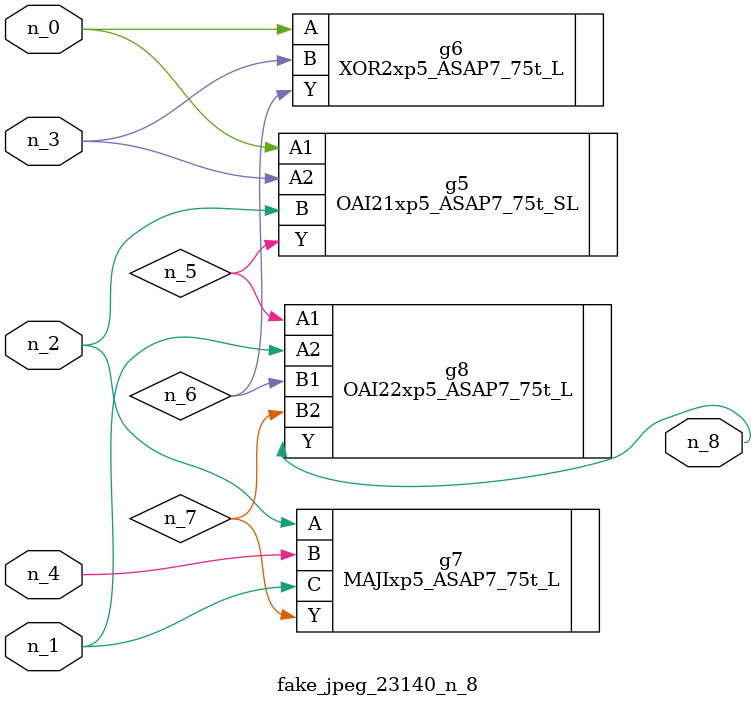
<source format=v>
module fake_jpeg_23140_n_8 (n_3, n_2, n_1, n_0, n_4, n_8);

input n_3;
input n_2;
input n_1;
input n_0;
input n_4;

output n_8;

wire n_6;
wire n_5;
wire n_7;

OAI21xp5_ASAP7_75t_SL g5 ( 
.A1(n_0),
.A2(n_3),
.B(n_2),
.Y(n_5)
);

XOR2xp5_ASAP7_75t_L g6 ( 
.A(n_0),
.B(n_3),
.Y(n_6)
);

MAJIxp5_ASAP7_75t_L g7 ( 
.A(n_2),
.B(n_4),
.C(n_1),
.Y(n_7)
);

OAI22xp5_ASAP7_75t_L g8 ( 
.A1(n_5),
.A2(n_1),
.B1(n_6),
.B2(n_7),
.Y(n_8)
);


endmodule
</source>
